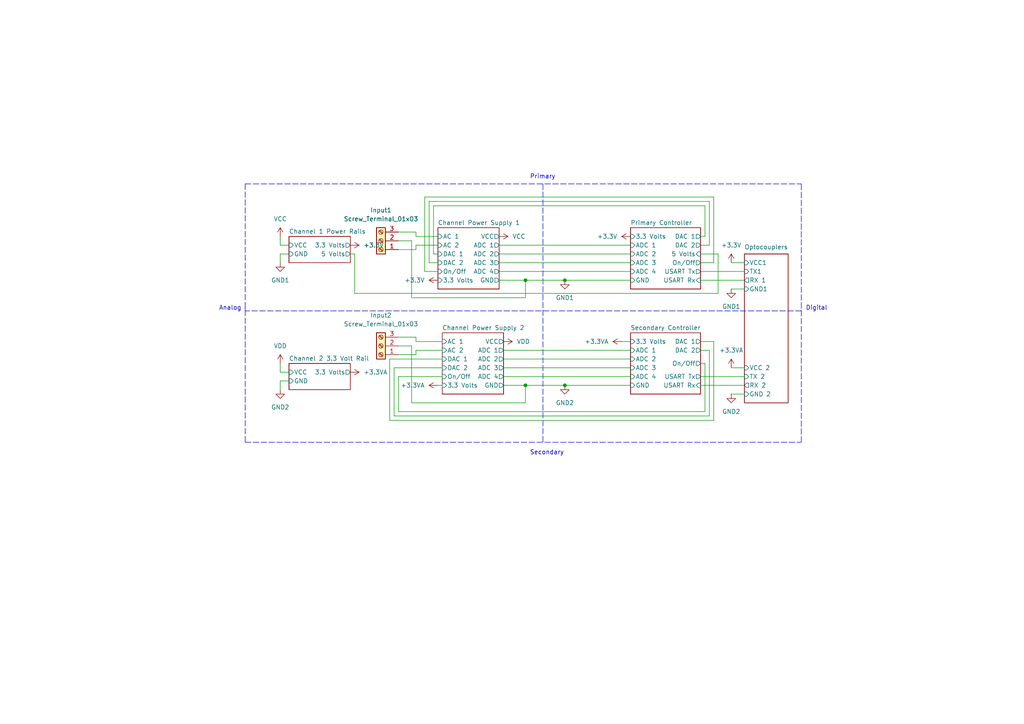
<source format=kicad_sch>
(kicad_sch (version 20211123) (generator eeschema)
  (paper "A4")
  (title_block (title "Dual-Channel Benchtop Lab Power Supply") (date "2022-09-12") (rev "3") (company "George Mason University") (comment 1 "projects. This is for ECE/RS 493 Senior Design Project.") (comment 2 "$100 so the university students can easily afford it for their school") (comment 3 "benchtop power supply. The price target for the device is less than") (comment 4 "This is the main schematic for an affordable dual-channel lab"))
  (lib_symbols
    (symbol "Connector:Screw_Terminal_01x03" (pin_names (offset 1.016) hide)
      (property "Reference" "J" (at 0 5.08 0))
      (property "Value" "Screw_Terminal_01x03" (at 0 -5.08 0))
      (symbol "Screw_Terminal_01x03_1_1"
        (rectangle (start -1.27 3.81) (end 1.27 -3.81) (stroke (width 0.254)) (fill (type background)))
        (circle (center 0 -2.54) (radius 0.635) (stroke (width 0.1524)))
        (polyline (pts (xy -0.5334 -2.2098) (xy 0.3302 -3.048)) (stroke (width 0.1524)))
        (polyline (pts (xy -0.5334 0.3302) (xy 0.3302 -0.508)) (stroke (width 0.1524)))
        (polyline (pts (xy -0.5334 2.8702) (xy 0.3302 2.032)) (stroke (width 0.1524)))
        (polyline (pts (xy -0.3556 -2.032) (xy 0.508 -2.8702)) (stroke (width 0.1524)))
        (polyline (pts (xy -0.3556 0.508) (xy 0.508 -0.3302)) (stroke (width 0.1524)))
        (polyline (pts (xy -0.3556 3.048) (xy 0.508 2.2098)) (stroke (width 0.1524)))
        (circle (center 0 0) (radius 0.635) (stroke (width 0.1524)))
        (circle (center 0 2.54) (radius 0.635) (stroke (width 0.1524)))
        (pin passive line (at -5.08 2.54 0) (length 3.81) (name "Pin_1") (number "1"))
        (pin passive line (at -5.08 0 0) (length 3.81) (name "Pin_2") (number "2"))
        (pin passive line (at -5.08 -2.54 0) (length 3.81) (name "Pin_3") (number "3"))
      )
    )
    (symbol "power:+3.3V" (power) (pin_names (offset 0))
      (property "Value" "+3.3V" (at 0 3.556 0))
      (symbol "+3.3V_0_1"
        (polyline (pts (xy -0.762 1.27) (xy 0 2.54)))
        (polyline (pts (xy 0 0) (xy 0 2.54)))
        (polyline (pts (xy 0 2.54) (xy 0.762 1.27)))
      )
      (symbol "+3.3V_1_1"
        (pin power_in line (at 0 0 90) (length 0) hide (name "+3.3V") (number "1"))
      )
    )
    (symbol "power:+3.3VA" (power) (pin_names (offset 0))
      (property "Value" "+3.3VA" (at 0 3.556 0))
      (symbol "+3.3VA_0_1"
        (polyline (pts (xy -0.762 1.27) (xy 0 2.54)))
        (polyline (pts (xy 0 0) (xy 0 2.54)))
        (polyline (pts (xy 0 2.54) (xy 0.762 1.27)))
      )
      (symbol "+3.3VA_1_1"
        (pin power_in line (at 0 0 90) (length 0) hide (name "+3.3VA") (number "1"))
      )
    )
    (symbol "power:GND1" (power) (pin_names (offset 0))
      (property "Value" "GND1" (at 0 -3.81 0))
      (symbol "GND1_0_1"
        (polyline (pts (xy 0 0) (xy 0 -1.27) (xy 1.27 -1.27) (xy 0 -2.54) (xy -1.27 -1.27) (xy 0 -1.27)))
      )
      (symbol "GND1_1_1"
        (pin power_in line (at 0 0 270) (length 0) hide (name "GND1") (number "1"))
      )
    )
    (symbol "power:GND2" (power) (pin_names (offset 0))
      (property "Value" "GND2" (at 0 -3.81 0))
      (symbol "GND2_0_1"
        (polyline (pts (xy 0 0) (xy 0 -1.27) (xy 1.27 -1.27) (xy 0 -2.54) (xy -1.27 -1.27) (xy 0 -1.27)))
      )
      (symbol "GND2_1_1"
        (pin power_in line (at 0 0 270) (length 0) hide (name "GND2") (number "1"))
      )
    )
    (symbol "power:VCC" (power) (pin_names (offset 0))
      (property "Value" "VCC" (at 0 3.81 0))
      (symbol "VCC_0_1"
        (polyline (pts (xy -0.762 1.27) (xy 0 2.54)))
        (polyline (pts (xy 0 0) (xy 0 2.54)))
        (polyline (pts (xy 0 2.54) (xy 0.762 1.27)))
      )
      (symbol "VCC_1_1"
        (pin power_in line (at 0 0 90) (length 0) hide (name "VCC") (number "1"))
      )
    )
    (symbol "power:VDD" (power) (pin_names (offset 0))
      (property "Value" "VDD" (at 0 3.81 0))
      (symbol "VDD_0_1"
        (polyline (pts (xy -0.762 1.27) (xy 0 2.54)))
        (polyline (pts (xy 0 0) (xy 0 2.54)))
        (polyline (pts (xy 0 2.54) (xy 0.762 1.27)))
      )
      (symbol "VDD_1_1"
        (pin power_in line (at 0 0 90) (length 0) hide (name "VDD") (number "1"))
      )
    )
  )
  (junction (at 152.4 81.28))
  (junction (at 152.4 111.76))
  (junction (at 163.83 81.28))
  (junction (at 163.83 111.76))
  (wire (pts (xy 146.05 111.76) (xy 152.4 111.76)))
  (wire (pts (xy 119.38 69.85) (xy 119.38 86.36)))
  (wire (pts (xy 81.28 107.95) (xy 83.82 107.95)))
  (wire (pts (xy 152.4 111.76) (xy 163.83 111.76)))
  (wire (pts (xy 203.2 73.66) (xy 208.28 73.66)))
  (wire (pts (xy 115.57 102.87) (xy 120.65 102.87)))
  (wire (pts (xy 124.46 76.2) (xy 127 76.2)))
  (wire (pts (xy 144.78 78.74) (xy 182.88 78.74)))
  (wire (pts (xy 212.09 106.68) (xy 215.9 106.68)))
  (wire (pts (xy 203.2 81.28) (xy 215.9 81.28)))
  (wire (pts (xy 115.57 97.79) (xy 120.65 97.79)))
  (wire (pts (xy 115.57 69.85) (xy 119.38 69.85)))
  (wire (pts (xy 81.28 73.66) (xy 83.82 73.66)))
  (wire (pts (xy 208.28 73.66) (xy 208.28 85.09)))
  (wire (pts (xy 204.47 105.41) (xy 204.47 119.38)))
  (wire (pts (xy 203.2 68.58) (xy 204.47 68.58)))
  (wire (pts (xy 203.2 71.12) (xy 205.74 71.12)))
  (wire (pts (xy 203.2 99.06) (xy 207.01 99.06)))
  (wire (pts (xy 128.27 104.14) (xy 113.03 104.14)))
  (wire (pts (xy 212.09 114.3) (xy 215.9 114.3)))
  (wire (pts (xy 180.34 99.06) (xy 182.88 99.06)))
  (wire (pts (xy 203.2 101.6) (xy 205.74 101.6)))
  (wire (pts (xy 81.28 76.2) (xy 81.28 73.66)))
  (wire (pts (xy 81.28 113.03) (xy 81.28 110.49)))
  (polyline (pts (xy 157.48 53.34) (xy 157.48 128.27)))
  (wire (pts (xy 102.87 85.09) (xy 102.87 73.66)))
  (wire (pts (xy 163.83 111.76) (xy 182.88 111.76)))
  (wire (pts (xy 208.28 85.09) (xy 102.87 85.09)))
  (wire (pts (xy 152.4 81.28) (xy 163.83 81.28)))
  (wire (pts (xy 212.09 76.2) (xy 215.9 76.2)))
  (wire (pts (xy 115.57 109.22) (xy 128.27 109.22)))
  (wire (pts (xy 83.82 71.12) (xy 81.28 71.12)))
  (wire (pts (xy 207.01 121.92) (xy 207.01 99.06)))
  (wire (pts (xy 125.73 73.66) (xy 127 73.66)))
  (wire (pts (xy 144.78 76.2) (xy 182.88 76.2)))
  (polyline (pts (xy 71.12 90.17) (xy 71.12 88.9)))
  (wire (pts (xy 205.74 120.65) (xy 114.3 120.65)))
  (wire (pts (xy 120.65 102.87) (xy 120.65 101.6)))
  (wire (pts (xy 204.47 68.58) (xy 204.47 59.69)))
  (wire (pts (xy 207.01 57.15) (xy 123.19 57.15)))
  (wire (pts (xy 203.2 105.41) (xy 204.47 105.41)))
  (wire (pts (xy 81.28 105.41) (xy 81.28 107.95)))
  (wire (pts (xy 114.3 120.65) (xy 114.3 106.68)))
  (wire (pts (xy 152.4 86.36) (xy 152.4 81.28)))
  (wire (pts (xy 144.78 73.66) (xy 182.88 73.66)))
  (wire (pts (xy 205.74 71.12) (xy 205.74 58.42)))
  (wire (pts (xy 146.05 106.68) (xy 182.88 106.68)))
  (polyline (pts (xy 232.41 90.17) (xy 71.12 90.17)))
  (wire (pts (xy 207.01 76.2) (xy 207.01 57.15)))
  (wire (pts (xy 205.74 101.6) (xy 205.74 120.65)))
  (wire (pts (xy 120.65 68.58) (xy 127 68.58)))
  (wire (pts (xy 113.03 104.14) (xy 113.03 121.92)))
  (wire (pts (xy 127 111.76) (xy 128.27 111.76)))
  (wire (pts (xy 146.05 104.14) (xy 182.88 104.14)))
  (wire (pts (xy 212.09 83.82) (xy 215.9 83.82)))
  (wire (pts (xy 120.65 67.31) (xy 120.65 68.58)))
  (wire (pts (xy 102.87 73.66) (xy 101.6 73.66)))
  (wire (pts (xy 205.74 58.42) (xy 124.46 58.42)))
  (wire (pts (xy 115.57 119.38) (xy 204.47 119.38)))
  (polyline (pts (xy 71.12 53.34) (xy 71.12 128.27)))
  (wire (pts (xy 115.57 67.31) (xy 120.65 67.31)))
  (wire (pts (xy 203.2 109.22) (xy 215.9 109.22)))
  (wire (pts (xy 125.73 59.69) (xy 125.73 73.66)))
  (wire (pts (xy 119.38 116.84) (xy 152.4 116.84)))
  (wire (pts (xy 119.38 86.36) (xy 152.4 86.36)))
  (wire (pts (xy 113.03 121.92) (xy 207.01 121.92)))
  (wire (pts (xy 120.65 97.79) (xy 120.65 99.06)))
  (wire (pts (xy 119.38 100.33) (xy 119.38 116.84)))
  (wire (pts (xy 203.2 76.2) (xy 207.01 76.2)))
  (wire (pts (xy 146.05 101.6) (xy 182.88 101.6)))
  (wire (pts (xy 123.19 78.74) (xy 127 78.74)))
  (wire (pts (xy 203.2 78.74) (xy 215.9 78.74)))
  (polyline (pts (xy 71.12 128.27) (xy 232.41 128.27)))
  (wire (pts (xy 204.47 59.69) (xy 125.73 59.69)))
  (wire (pts (xy 81.28 68.58) (xy 81.28 71.12)))
  (wire (pts (xy 163.83 81.28) (xy 182.88 81.28)))
  (wire (pts (xy 203.2 111.76) (xy 215.9 111.76)))
  (wire (pts (xy 123.19 57.15) (xy 123.19 78.74)))
  (wire (pts (xy 144.78 71.12) (xy 182.88 71.12)))
  (wire (pts (xy 152.4 116.84) (xy 152.4 111.76)))
  (wire (pts (xy 120.65 72.39) (xy 120.65 71.12)))
  (wire (pts (xy 115.57 119.38) (xy 115.57 109.22)))
  (wire (pts (xy 144.78 81.28) (xy 152.4 81.28)))
  (wire (pts (xy 146.05 109.22) (xy 182.88 109.22)))
  (polyline (pts (xy 71.12 53.34) (xy 232.41 53.34)))
  (wire (pts (xy 120.65 101.6) (xy 128.27 101.6)))
  (wire (pts (xy 115.57 100.33) (xy 119.38 100.33)))
  (wire (pts (xy 120.65 71.12) (xy 127 71.12)))
  (wire (pts (xy 120.65 99.06) (xy 128.27 99.06)))
  (wire (pts (xy 81.28 110.49) (xy 83.82 110.49)))
  (wire (pts (xy 124.46 58.42) (xy 124.46 76.2)))
  (wire (pts (xy 115.57 72.39) (xy 120.65 72.39)))
  (polyline (pts (xy 232.41 128.27) (xy 232.41 53.34)))
  (wire (pts (xy 114.3 106.68) (xy 128.27 106.68)))
  (text "Analog" (at 63.5 90.17 0) (effects (font (size 1.27 1.27)) (justify left bottom)))
  (text "Secondary" (at 153.67 132.08 0) (effects (font (size 1.27 1.27)) (justify left bottom)))
  (text "Digital" (at 233.68 90.17 0) (effects (font (size 1.27 1.27)) (justify left bottom)))
  (text "Primary" (at 153.67 52.07 0) (effects (font (size 1.27 1.27)) (justify left bottom)))
  (symbol (lib_id "power:GND1") (at 81.28 76.2 0) (unit 1)
    (property "Reference" "#PWR04" (effects hide))
    (property "Value" "GND1" (at 81.28 81.28 0))
  )
  (symbol (lib_id "power:GND1") (at 212.09 83.82 0) (unit 1)
    (property "Reference" "#PWR016" (effects hide))
    (property "Value" "GND1" (at 212.09 88.9 0))
  )
  (symbol (lib_id "power:GND1") (at 163.83 81.28 0) (unit 1)
    (property "Reference" "#PWR011" (effects hide))
    (property "Value" "GND1" (at 163.83 86.36 0))
  )
  (symbol (lib_id "power:+3.3V") (at 212.09 76.2 0) (unit 1)
    (property "Reference" "#PWR015" (effects hide))
    (property "Value" "+3.3V" (at 212.09 71.12 0))
  )
  (symbol (lib_id "Connector:Screw_Terminal_01x03") (at 110.49 100.33 180) (unit 1)
    (property "Reference" "Input2" (at 110.49 91.44 0))
    (property "Value" "Screw_Terminal_01x03" (at 110.49 93.98 0))
    (property "Footprint" "TerminalBlock:TerminalBlock_Altech_AK300-3_P5.00mm" (effects hide))
  )
  (symbol (lib_id "power:GND2") (at 212.09 114.3 0) (unit 1)
    (property "Reference" "#PWR018" (effects hide))
    (property "Value" "GND2" (at 212.09 119.38 0))
  )
  (symbol (lib_id "power:+3.3V") (at 127 81.28 90) (unit 1)
    (property "Reference" "#PWR07" (effects hide))
    (property "Value" "+3.3V" (at 123.19 81.2799 90) (effects (justify left)))
  )
  (symbol (lib_id "power:+3.3V") (at 101.6 71.12 270) (unit 1)
    (property "Reference" "#PWR06" (effects hide))
    (property "Value" "+3.3V" (at 105.41 71.1199 90) (effects (justify left)))
  )
  (symbol (lib_id "power:+3.3VA") (at 127 111.76 90) (unit 1)
    (property "Reference" "#PWR08" (effects hide))
    (property "Value" "+3.3VA" (at 123.19 111.7599 90) (effects (justify left)))
  )
  (symbol (lib_id "power:+3.3VA") (at 180.34 99.06 90) (unit 1)
    (property "Reference" "#PWR013" (effects hide))
    (property "Value" "+3.3VA" (at 176.53 99.0599 90) (effects (justify left)))
  )
  (symbol (lib_id "power:VDD") (at 146.05 99.06 270) (unit 1)
    (property "Reference" "#PWR010" (effects hide))
    (property "Value" "VDD" (at 149.86 99.0599 90) (effects (justify left)))
  )
  (symbol (lib_id "power:+3.3V") (at 182.88 68.58 90) (unit 1)
    (property "Reference" "#PWR014" (effects hide))
    (property "Value" "+3.3V" (at 179.07 68.5799 90) (effects (justify left)))
  )
  (symbol (lib_id "power:VCC") (at 144.78 68.58 270) (unit 1)
    (property "Reference" "#PWR09" (effects hide))
    (property "Value" "VCC" (at 148.59 68.5799 90) (effects (justify left)))
  )
  (symbol (lib_id "power:VCC") (at 81.28 68.58 0) (unit 1)
    (property "Reference" "#PWR03" (effects hide))
    (property "Value" "VCC" (at 81.28 63.5 0))
  )
  (symbol (lib_id "power:+3.3VA") (at 212.09 106.68 0) (unit 1)
    (property "Reference" "#PWR017" (effects hide))
    (property "Value" "+3.3VA" (at 212.09 101.6 0))
  )
  (symbol (lib_id "power:GND2") (at 163.83 111.76 0) (unit 1)
    (property "Reference" "#PWR012" (effects hide))
    (property "Value" "GND2" (at 163.83 116.84 0))
  )
  (symbol (lib_id "power:GND2") (at 81.28 113.03 0) (unit 1)
    (property "Reference" "#PWR02" (effects hide))
    (property "Value" "GND2" (at 81.28 118.11 0))
  )
  (symbol (lib_id "power:+3.3VA") (at 101.6 107.95 270) (unit 1)
    (property "Reference" "#PWR05" (effects hide))
    (property "Value" "+3.3VA" (at 105.41 107.9499 90) (effects (justify left)))
  )
  (symbol (lib_id "power:VDD") (at 81.28 105.41 0) (unit 1)
    (property "Reference" "#PWR01" (effects hide))
    (property "Value" "VDD" (at 81.28 100.33 0))
  )
  (symbol (lib_id "Connector:Screw_Terminal_01x03") (at 110.49 69.85 180) (unit 1)
    (property "Reference" "Input1" (at 110.49 60.96 0))
    (property "Value" "Screw_Terminal_01x03" (at 110.49 63.5 0))
    (property "Footprint" "TerminalBlock:TerminalBlock_Altech_AK300-3_P5.00mm" (effects hide))
  )
  (sheet (at 182.88 66.04) (size 20.32 17.78) (stroke (width 0.1524))
    (property "Sheet name" "Primary Controller" (at 182.88 65.3284 0) (effects (justify left bottom)))
    (property "Sheet file" "PrimaryController.kicad_sch" (effects hide))
    (pin "DAC 2" output (at 203.2 71.12 0))
    (pin "USART Tx" output (at 203.2 78.74 0))
    (pin "USART Rx" input (at 203.2 81.28 0))
    (pin "DAC 1" output (at 203.2 68.58 0))
    (pin "ADC 1" input (at 182.88 71.12 180))
    (pin "ADC 3" input (at 182.88 76.2 180))
    (pin "ADC 2" input (at 182.88 73.66 180))
    (pin "ADC 4" input (at 182.88 78.74 180))
    (pin "3.3 Volts" input (at 182.88 68.58 180))
    (pin "GND" input (at 182.88 81.28 180))
    (pin "On{slash}Off" output (at 203.2 76.2 0))
    (pin "5 Volts" input (at 203.2 73.66 0))
  )
  (sheet (at 127 66.04) (size 17.78 17.78) (stroke (width 0.1524))
    (property "Sheet name" "Channel Power Supply 1" (at 127 65.3284 0) (effects (justify left bottom)))
    (property "Sheet file" "ChannelPowerSupply.kicad_sch" (effects hide))
    (pin "ADC 2" output (at 144.78 73.66 0))
    (pin "ADC 3" output (at 144.78 76.2 0))
    (pin "VCC" output (at 144.78 68.58 0))
    (pin "GND" output (at 144.78 81.28 0))
    (pin "DAC 2" input (at 127 76.2 180))
    (pin "ADC 1" output (at 144.78 71.12 0))
    (pin "DAC 1" input (at 127 73.66 180))
    (pin "3.3 Volts" input (at 127 81.28 180))
    (pin "AC 1" input (at 127 68.58 180))
    (pin "AC 2" input (at 127 71.12 180))
    (pin "ADC 4" output (at 144.78 78.74 0))
    (pin "On{slash}Off" input (at 127 78.74 180))
  )
  (sheet (at 215.9 73.66) (size 12.7 43.18) (stroke (width 0.1524))
    (property "Sheet name" "Optocouplers" (at 215.9 72.39 0) (effects (justify left bottom)))
    (property "Sheet file" "Optocouplers.kicad_sch" (effects hide))
    (pin "TX1" input (at 215.9 78.74 180))
    (pin "GND1" input (at 215.9 83.82 180))
    (pin "TX 2" input (at 215.9 109.22 180))
    (pin "RX 2" output (at 215.9 111.76 180))
    (pin "RX 1" output (at 215.9 81.28 180))
    (pin "VCC1" input (at 215.9 76.2 180))
    (pin "GND 2" input (at 215.9 114.3 180))
    (pin "VCC 2" input (at 215.9 106.68 180))
  )
  (sheet (at 182.88 96.52) (size 20.32 17.78) (stroke (width 0.1524))
    (property "Sheet name" "Secondary Controller" (at 182.88 95.8084 0) (effects (justify left bottom)))
    (property "Sheet file" "SecondaryController.kicad_sch" (effects hide))
    (pin "USART Tx" output (at 203.2 109.22 0))
    (pin "USART Rx" input (at 203.2 111.76 0))
    (pin "ADC 4" input (at 182.88 109.22 180))
    (pin "ADC 1" input (at 182.88 101.6 180))
    (pin "ADC 2" input (at 182.88 104.14 180))
    (pin "ADC 3" input (at 182.88 106.68 180))
    (pin "DAC 2" output (at 203.2 101.6 0))
    (pin "DAC 1" output (at 203.2 99.06 0))
    (pin "GND" input (at 182.88 111.76 180))
    (pin "3.3 Volts" input (at 182.88 99.06 180))
    (pin "On{slash}Off" output (at 203.2 105.41 0))
  )
  (sheet (at 83.82 68.58) (size 17.78 7.62) (stroke (width 0.1524))
    (property "Sheet name" "Channel 1 Power Rails" (at 83.82 67.8684 0) (effects (justify left bottom)))
    (property "Sheet file" "Channel1PowerRails.kicad_sch" (effects hide))
    (pin "VCC" input (at 83.82 71.12 180))
    (pin "GND" input (at 83.82 73.66 180))
    (pin "3.3 Volts" output (at 101.6 71.12 0))
    (pin "5 Volts" output (at 101.6 73.66 0))
  )
  (sheet (at 83.82 105.41) (size 17.78 7.62) (stroke (width 0.1524))
    (property "Sheet name" "Channel 2 3.3 Volt Rail" (at 83.82 104.6984 0) (effects (justify left bottom)))
    (property "Sheet file" "Channel2_3V3VoltRail.kicad_sch" (effects hide))
    (pin "3.3 Volts" output (at 101.6 107.95 0))
    (pin "VCC" input (at 83.82 107.95 180))
    (pin "GND" input (at 83.82 110.49 180))
  )
  (sheet (at 128.27 96.52) (size 17.78 17.78) (stroke (width 0.1524))
    (property "Sheet name" "Channel Power Supply 2" (at 128.27 95.8084 0) (effects (justify left bottom)))
    (property "Sheet file" "ChannelPowerSupply.kicad_sch" (effects hide))
    (pin "ADC 2" output (at 146.05 104.14 0))
    (pin "ADC 3" output (at 146.05 106.68 0))
    (pin "VCC" output (at 146.05 99.06 0))
    (pin "GND" output (at 146.05 111.76 0))
    (pin "DAC 2" input (at 128.27 106.68 180))
    (pin "ADC 1" output (at 146.05 101.6 0))
    (pin "DAC 1" input (at 128.27 104.14 180))
    (pin "3.3 Volts" input (at 128.27 111.76 180))
    (pin "AC 1" input (at 128.27 99.06 180))
    (pin "AC 2" input (at 128.27 101.6 180))
    (pin "ADC 4" output (at 146.05 109.22 0))
    (pin "On{slash}Off" input (at 128.27 109.22 180))
  )
)
</source>
